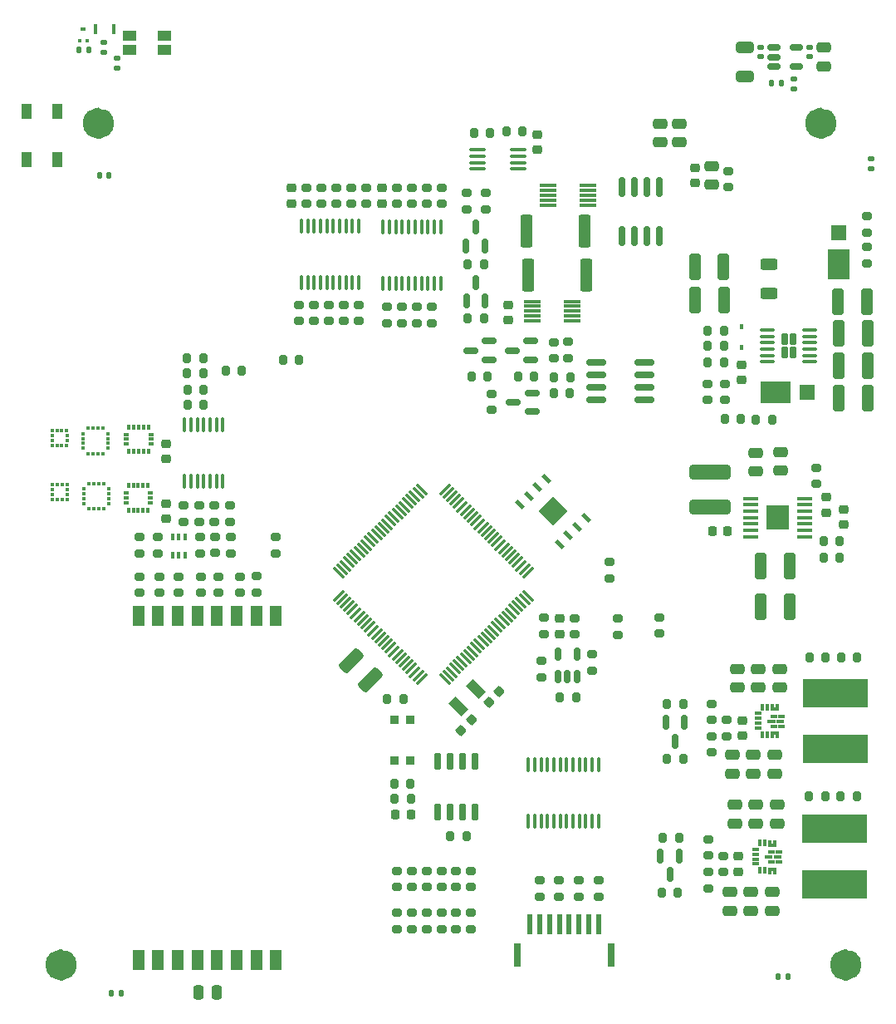
<source format=gtp>
G04 #@! TF.GenerationSoftware,KiCad,Pcbnew,(6.0.5)*
G04 #@! TF.CreationDate,2022-06-17T13:33:30-04:00*
G04 #@! TF.ProjectId,mainboard,6d61696e-626f-4617-9264-2e6b69636164,rev?*
G04 #@! TF.SameCoordinates,Original*
G04 #@! TF.FileFunction,Paste,Top*
G04 #@! TF.FilePolarity,Positive*
%FSLAX46Y46*%
G04 Gerber Fmt 4.6, Leading zero omitted, Abs format (unit mm)*
G04 Created by KiCad (PCBNEW (6.0.5)) date 2022-06-17 13:33:30*
%MOMM*%
%LPD*%
G01*
G04 APERTURE LIST*
G04 Aperture macros list*
%AMRoundRect*
0 Rectangle with rounded corners*
0 $1 Rounding radius*
0 $2 $3 $4 $5 $6 $7 $8 $9 X,Y pos of 4 corners*
0 Add a 4 corners polygon primitive as box body*
4,1,4,$2,$3,$4,$5,$6,$7,$8,$9,$2,$3,0*
0 Add four circle primitives for the rounded corners*
1,1,$1+$1,$2,$3*
1,1,$1+$1,$4,$5*
1,1,$1+$1,$6,$7*
1,1,$1+$1,$8,$9*
0 Add four rect primitives between the rounded corners*
20,1,$1+$1,$2,$3,$4,$5,0*
20,1,$1+$1,$4,$5,$6,$7,0*
20,1,$1+$1,$6,$7,$8,$9,0*
20,1,$1+$1,$8,$9,$2,$3,0*%
%AMRotRect*
0 Rectangle, with rotation*
0 The origin of the aperture is its center*
0 $1 length*
0 $2 width*
0 $3 Rotation angle, in degrees counterclockwise*
0 Add horizontal line*
21,1,$1,$2,0,0,$3*%
G04 Aperture macros list end*
%ADD10C,1.600200*%
%ADD11C,0.010000*%
%ADD12R,1.600200X0.304800*%
%ADD13R,2.310000X2.460000*%
%ADD14RoundRect,0.250000X-0.475000X0.250000X-0.475000X-0.250000X0.475000X-0.250000X0.475000X0.250000X0*%
%ADD15RoundRect,0.225000X-0.225000X-0.250000X0.225000X-0.250000X0.225000X0.250000X-0.225000X0.250000X0*%
%ADD16RoundRect,0.200000X0.275000X-0.200000X0.275000X0.200000X-0.275000X0.200000X-0.275000X-0.200000X0*%
%ADD17RoundRect,0.225000X0.250000X-0.225000X0.250000X0.225000X-0.250000X0.225000X-0.250000X-0.225000X0*%
%ADD18RoundRect,0.225000X0.225000X0.250000X-0.225000X0.250000X-0.225000X-0.250000X0.225000X-0.250000X0*%
%ADD19RoundRect,0.200000X-0.275000X0.200000X-0.275000X-0.200000X0.275000X-0.200000X0.275000X0.200000X0*%
%ADD20RoundRect,0.200000X-0.200000X-0.275000X0.200000X-0.275000X0.200000X0.275000X-0.200000X0.275000X0*%
%ADD21RoundRect,0.200000X0.200000X0.275000X-0.200000X0.275000X-0.200000X-0.275000X0.200000X-0.275000X0*%
%ADD22RotRect,1.050000X0.450000X135.000000*%
%ADD23RotRect,2.100000X2.100000X225.000000*%
%ADD24RoundRect,0.150000X-0.150000X0.725000X-0.150000X-0.725000X0.150000X-0.725000X0.150000X0.725000X0*%
%ADD25RoundRect,0.250000X0.475000X-0.250000X0.475000X0.250000X-0.475000X0.250000X-0.475000X-0.250000X0*%
%ADD26R,1.000000X1.500000*%
%ADD27RoundRect,0.250000X1.025305X0.494975X0.494975X1.025305X-1.025305X-0.494975X-0.494975X-1.025305X0*%
%ADD28RoundRect,0.225000X0.017678X-0.335876X0.335876X-0.017678X-0.017678X0.335876X-0.335876X0.017678X0*%
%ADD29RotRect,1.000000X1.800000X225.000000*%
%ADD30RoundRect,0.225000X-0.017678X0.335876X-0.335876X0.017678X0.017678X-0.335876X0.335876X-0.017678X0*%
%ADD31RoundRect,0.250000X-0.362500X-1.425000X0.362500X-1.425000X0.362500X1.425000X-0.362500X1.425000X0*%
%ADD32RoundRect,0.333000X1.767000X-0.417000X1.767000X0.417000X-1.767000X0.417000X-1.767000X-0.417000X0*%
%ADD33RoundRect,0.250000X-0.325000X-1.100000X0.325000X-1.100000X0.325000X1.100000X-0.325000X1.100000X0*%
%ADD34R,1.778000X0.330200*%
%ADD35R,1.300000X2.000000*%
%ADD36R,0.900000X0.900000*%
%ADD37R,0.400000X0.650000*%
%ADD38RoundRect,0.250000X-0.250000X-0.475000X0.250000X-0.475000X0.250000X0.475000X-0.250000X0.475000X0*%
%ADD39RoundRect,0.225000X-0.250000X0.225000X-0.250000X-0.225000X0.250000X-0.225000X0.250000X0.225000X0*%
%ADD40RoundRect,0.140000X-0.170000X0.140000X-0.170000X-0.140000X0.170000X-0.140000X0.170000X0.140000X0*%
%ADD41RoundRect,0.250000X-0.650000X0.325000X-0.650000X-0.325000X0.650000X-0.325000X0.650000X0.325000X0*%
%ADD42RoundRect,0.140000X0.140000X0.170000X-0.140000X0.170000X-0.140000X-0.170000X0.140000X-0.170000X0*%
%ADD43RoundRect,0.140000X0.170000X-0.140000X0.170000X0.140000X-0.170000X0.140000X-0.170000X-0.140000X0*%
%ADD44RoundRect,0.140000X-0.140000X-0.170000X0.140000X-0.170000X0.140000X0.170000X-0.140000X0.170000X0*%
%ADD45R,0.370000X1.000000*%
%ADD46R,0.400000X0.450000*%
%ADD47R,0.500000X0.450000*%
%ADD48RoundRect,0.135000X-0.135000X-0.185000X0.135000X-0.185000X0.135000X0.185000X-0.135000X0.185000X0*%
%ADD49RoundRect,0.135000X0.185000X-0.135000X0.185000X0.135000X-0.185000X0.135000X-0.185000X-0.135000X0*%
%ADD50R,1.400000X1.050000*%
%ADD51RoundRect,0.150000X-0.512500X-0.150000X0.512500X-0.150000X0.512500X0.150000X-0.512500X0.150000X0*%
%ADD52RoundRect,0.150000X-0.150000X0.825000X-0.150000X-0.825000X0.150000X-0.825000X0.150000X0.825000X0*%
%ADD53RoundRect,0.150000X0.825000X0.150000X-0.825000X0.150000X-0.825000X-0.150000X0.825000X-0.150000X0*%
%ADD54RoundRect,0.135000X-0.185000X0.135000X-0.185000X-0.135000X0.185000X-0.135000X0.185000X0.135000X0*%
%ADD55R,6.600000X2.850000*%
%ADD56RoundRect,0.150000X-0.150000X0.587500X-0.150000X-0.587500X0.150000X-0.587500X0.150000X0.587500X0*%
%ADD57RoundRect,0.014000X-0.161000X0.231000X-0.161000X-0.231000X0.161000X-0.231000X0.161000X0.231000X0*%
%ADD58RoundRect,0.014000X-0.231000X0.161000X-0.231000X-0.161000X0.231000X-0.161000X0.231000X0.161000X0*%
%ADD59R,0.300000X0.450000*%
%ADD60R,0.450000X0.300000*%
%ADD61R,0.350000X0.375000*%
%ADD62R,0.375000X0.350000*%
%ADD63RoundRect,0.100000X0.100000X-0.637500X0.100000X0.637500X-0.100000X0.637500X-0.100000X-0.637500X0*%
%ADD64RoundRect,0.002500X-0.297500X-0.122500X0.297500X-0.122500X0.297500X0.122500X-0.297500X0.122500X0*%
%ADD65RoundRect,0.002500X-0.122500X-0.297500X0.122500X-0.297500X0.122500X0.297500X-0.122500X0.297500X0*%
%ADD66RoundRect,0.250000X0.325000X1.100000X-0.325000X1.100000X-0.325000X-1.100000X0.325000X-1.100000X0*%
%ADD67R,0.450000X0.600000*%
%ADD68RoundRect,0.250000X-0.625000X0.312500X-0.625000X-0.312500X0.625000X-0.312500X0.625000X0.312500X0*%
%ADD69RoundRect,0.172500X0.172500X0.422500X-0.172500X0.422500X-0.172500X-0.422500X0.172500X-0.422500X0*%
%ADD70RoundRect,0.100000X0.625000X0.100000X-0.625000X0.100000X-0.625000X-0.100000X0.625000X-0.100000X0*%
%ADD71R,2.200000X3.100000*%
%ADD72R,1.520000X1.500000*%
%ADD73R,3.100000X2.200000*%
%ADD74R,1.500000X1.520000*%
%ADD75RoundRect,0.075000X0.521491X-0.415425X-0.415425X0.521491X-0.521491X0.415425X0.415425X-0.521491X0*%
%ADD76RoundRect,0.075000X0.521491X0.415425X0.415425X0.521491X-0.521491X-0.415425X-0.415425X-0.521491X0*%
%ADD77RoundRect,0.150000X0.587500X0.150000X-0.587500X0.150000X-0.587500X-0.150000X0.587500X-0.150000X0*%
%ADD78RoundRect,0.150000X0.150000X-0.587500X0.150000X0.587500X-0.150000X0.587500X-0.150000X-0.587500X0*%
%ADD79RoundRect,0.100000X-0.712500X-0.100000X0.712500X-0.100000X0.712500X0.100000X-0.712500X0.100000X0*%
%ADD80R,0.600000X2.045000*%
%ADD81R,0.610000X2.045000*%
%ADD82R,0.800000X2.389000*%
%ADD83RoundRect,0.100000X-0.100000X0.637500X-0.100000X-0.637500X0.100000X-0.637500X0.100000X0.637500X0*%
%ADD84RoundRect,0.150000X0.150000X-0.512500X0.150000X0.512500X-0.150000X0.512500X-0.150000X-0.512500X0*%
G04 APERTURE END LIST*
D10*
X53568600Y-57360900D02*
G75*
G03*
X53568600Y-57360900I-800100J0D01*
G01*
X127228600Y-57360900D02*
G75*
G03*
X127228600Y-57360900I-800100J0D01*
G01*
X129768600Y-143090900D02*
G75*
G03*
X129768600Y-143090900I-800100J0D01*
G01*
X49768608Y-143090900D02*
G75*
G03*
X49768608Y-143090900I-800100J0D01*
G01*
G36*
X123175604Y-98770100D02*
G01*
X120865604Y-98770100D01*
X120865604Y-96310100D01*
X123175604Y-96310100D01*
X123175604Y-98770100D01*
G37*
G36*
X121874400Y-118853300D02*
G01*
X121299400Y-118853300D01*
X121299400Y-118603300D01*
X121874400Y-118603300D01*
X121874400Y-118853300D01*
G37*
D11*
X121874400Y-118853300D02*
X121299400Y-118853300D01*
X121299400Y-118603300D01*
X121874400Y-118603300D01*
X121874400Y-118853300D01*
G36*
X121598900Y-116878300D02*
G01*
X121848900Y-116878300D01*
X121848900Y-116528300D01*
X122098900Y-116528300D01*
X122098900Y-117128300D01*
X121348900Y-117128300D01*
X121348900Y-116528300D01*
X121598900Y-116528300D01*
X121598900Y-116878300D01*
G37*
X121598900Y-116878300D02*
X121848900Y-116878300D01*
X121848900Y-116528300D01*
X122098900Y-116528300D01*
X122098900Y-117128300D01*
X121348900Y-117128300D01*
X121348900Y-116528300D01*
X121598900Y-116528300D01*
X121598900Y-116878300D01*
G36*
X122649400Y-118853300D02*
G01*
X122074400Y-118853300D01*
X122074400Y-118603300D01*
X122649400Y-118603300D01*
X122649400Y-118853300D01*
G37*
X122649400Y-118853300D02*
X122074400Y-118853300D01*
X122074400Y-118603300D01*
X122649400Y-118603300D01*
X122649400Y-118853300D01*
G36*
X121698900Y-118353300D02*
G01*
X120978900Y-118353300D01*
X120978900Y-118103300D01*
X121698900Y-118103300D01*
X121698900Y-118353300D01*
G37*
X121698900Y-118353300D02*
X120978900Y-118353300D01*
X120978900Y-118103300D01*
X121698900Y-118103300D01*
X121698900Y-118353300D01*
G36*
X122649400Y-117853300D02*
G01*
X122074400Y-117853300D01*
X122074400Y-117603300D01*
X122649400Y-117603300D01*
X122649400Y-117853300D01*
G37*
X122649400Y-117853300D02*
X122074400Y-117853300D01*
X122074400Y-117603300D01*
X122649400Y-117603300D01*
X122649400Y-117853300D01*
G36*
X121874400Y-117853300D02*
G01*
X121299400Y-117853300D01*
X121299400Y-117603300D01*
X121874400Y-117603300D01*
X121874400Y-117853300D01*
G37*
X121874400Y-117853300D02*
X121299400Y-117853300D01*
X121299400Y-117603300D01*
X121874400Y-117603300D01*
X121874400Y-117853300D01*
G36*
X122098900Y-119928300D02*
G01*
X121848900Y-119928300D01*
X121848900Y-119578300D01*
X121598900Y-119578300D01*
X121598900Y-119928300D01*
X121348900Y-119928300D01*
X121348900Y-119328300D01*
X122098900Y-119328300D01*
X122098900Y-119928300D01*
G37*
X122098900Y-119928300D02*
X121848900Y-119928300D01*
X121848900Y-119578300D01*
X121598900Y-119578300D01*
X121598900Y-119928300D01*
X121348900Y-119928300D01*
X121348900Y-119328300D01*
X122098900Y-119328300D01*
X122098900Y-119928300D01*
G36*
X122618900Y-118353300D02*
G01*
X121898900Y-118353300D01*
X121898900Y-118103300D01*
X122618900Y-118103300D01*
X122618900Y-118353300D01*
G37*
X122618900Y-118353300D02*
X121898900Y-118353300D01*
X121898900Y-118103300D01*
X122618900Y-118103300D01*
X122618900Y-118353300D01*
G36*
X122386400Y-132692300D02*
G01*
X121811400Y-132692300D01*
X121811400Y-132442300D01*
X122386400Y-132442300D01*
X122386400Y-132692300D01*
G37*
X122386400Y-132692300D02*
X121811400Y-132692300D01*
X121811400Y-132442300D01*
X122386400Y-132442300D01*
X122386400Y-132692300D01*
G36*
X121335900Y-130717300D02*
G01*
X121585900Y-130717300D01*
X121585900Y-130367300D01*
X121835900Y-130367300D01*
X121835900Y-130967300D01*
X121085900Y-130967300D01*
X121085900Y-130367300D01*
X121335900Y-130367300D01*
X121335900Y-130717300D01*
G37*
X121335900Y-130717300D02*
X121585900Y-130717300D01*
X121585900Y-130367300D01*
X121835900Y-130367300D01*
X121835900Y-130967300D01*
X121085900Y-130967300D01*
X121085900Y-130367300D01*
X121335900Y-130367300D01*
X121335900Y-130717300D01*
G36*
X122386400Y-131692300D02*
G01*
X121811400Y-131692300D01*
X121811400Y-131442300D01*
X122386400Y-131442300D01*
X122386400Y-131692300D01*
G37*
X122386400Y-131692300D02*
X121811400Y-131692300D01*
X121811400Y-131442300D01*
X122386400Y-131442300D01*
X122386400Y-131692300D01*
G36*
X121435900Y-132192300D02*
G01*
X120715900Y-132192300D01*
X120715900Y-131942300D01*
X121435900Y-131942300D01*
X121435900Y-132192300D01*
G37*
X121435900Y-132192300D02*
X120715900Y-132192300D01*
X120715900Y-131942300D01*
X121435900Y-131942300D01*
X121435900Y-132192300D01*
G36*
X121835900Y-133767300D02*
G01*
X121585900Y-133767300D01*
X121585900Y-133417300D01*
X121335900Y-133417300D01*
X121335900Y-133767300D01*
X121085900Y-133767300D01*
X121085900Y-133167300D01*
X121835900Y-133167300D01*
X121835900Y-133767300D01*
G37*
X121835900Y-133767300D02*
X121585900Y-133767300D01*
X121585900Y-133417300D01*
X121335900Y-133417300D01*
X121335900Y-133767300D01*
X121085900Y-133767300D01*
X121085900Y-133167300D01*
X121835900Y-133167300D01*
X121835900Y-133767300D01*
G36*
X121611400Y-132692300D02*
G01*
X121036400Y-132692300D01*
X121036400Y-132442300D01*
X121611400Y-132442300D01*
X121611400Y-132692300D01*
G37*
X121611400Y-132692300D02*
X121036400Y-132692300D01*
X121036400Y-132442300D01*
X121611400Y-132442300D01*
X121611400Y-132692300D01*
G36*
X121611400Y-131692300D02*
G01*
X121036400Y-131692300D01*
X121036400Y-131442300D01*
X121611400Y-131442300D01*
X121611400Y-131692300D01*
G37*
X121611400Y-131692300D02*
X121036400Y-131692300D01*
X121036400Y-131442300D01*
X121611400Y-131442300D01*
X121611400Y-131692300D01*
G36*
X122355900Y-132192300D02*
G01*
X121635900Y-132192300D01*
X121635900Y-131942300D01*
X122355900Y-131942300D01*
X122355900Y-132192300D01*
G37*
X122355900Y-132192300D02*
X121635900Y-132192300D01*
X121635900Y-131942300D01*
X122355900Y-131942300D01*
X122355900Y-132192300D01*
D12*
X124789204Y-99490134D03*
X124789204Y-98840121D03*
X124789204Y-98190112D03*
X124789204Y-97540100D03*
X124789204Y-96890088D03*
X124789204Y-96240079D03*
X124789204Y-95590066D03*
X119252004Y-95590066D03*
X119252004Y-96240079D03*
X119252004Y-96890088D03*
X119252004Y-97540100D03*
X119252004Y-98190112D03*
X119252004Y-98840121D03*
X119252004Y-99490134D03*
D13*
X122020604Y-97540100D03*
D14*
X119757300Y-90952000D03*
X119757300Y-92852000D03*
X122297300Y-90859600D03*
X122297300Y-92759600D03*
D15*
X115388200Y-98902500D03*
X116938200Y-98902500D03*
D16*
X126009400Y-94093800D03*
X126009400Y-92443800D03*
D17*
X127021700Y-97010500D03*
X127021700Y-95460500D03*
D18*
X84608708Y-127755786D03*
X83058708Y-127755786D03*
D19*
X98196400Y-107756051D03*
X98196400Y-109406051D03*
D20*
X88645800Y-130008024D03*
X90295800Y-130008024D03*
D21*
X84613807Y-126184242D03*
X82963807Y-126184242D03*
D22*
X99791357Y-100262696D03*
X100689383Y-99364670D03*
X101587408Y-98466645D03*
X102485434Y-97568619D03*
X98454925Y-93538110D03*
X97556899Y-94436136D03*
X96658874Y-95334161D03*
X95760848Y-96232187D03*
D23*
X99123141Y-96900403D03*
D16*
X109990300Y-109358262D03*
X109990300Y-107708262D03*
D24*
X91145649Y-122391064D03*
X89875649Y-122391064D03*
X88605649Y-122391064D03*
X87335649Y-122391064D03*
X87335649Y-127541064D03*
X88605649Y-127541064D03*
X89875649Y-127541064D03*
X91145649Y-127541064D03*
D21*
X83862400Y-116001300D03*
X82212400Y-116001300D03*
D19*
X116994400Y-62230300D03*
X116994400Y-63880300D03*
D25*
X115279900Y-63637300D03*
X115279900Y-61737300D03*
D14*
X110009400Y-57419300D03*
X110009400Y-59319300D03*
D21*
X128354700Y-99918500D03*
X126704700Y-99918500D03*
D26*
X48615400Y-56147800D03*
X45415400Y-56147800D03*
X45415400Y-61047800D03*
X48615400Y-61047800D03*
D17*
X99835410Y-109388247D03*
X99835410Y-107838247D03*
D16*
X66249397Y-101173296D03*
X66249397Y-99523296D03*
D20*
X82918906Y-124612697D03*
X84568906Y-124612697D03*
D27*
X80534849Y-114070249D03*
X78554951Y-112090351D03*
D17*
X128799700Y-98217000D03*
X128799700Y-96667000D03*
D14*
X111977900Y-57419300D03*
X111977900Y-59319300D03*
D21*
X67386400Y-82545800D03*
X65736400Y-82545800D03*
X73238400Y-81471000D03*
X71588400Y-81471000D03*
D19*
X104902000Y-102045000D03*
X104902000Y-103695000D03*
D16*
X105735500Y-109461862D03*
X105735500Y-107811862D03*
D28*
X92570160Y-116355304D03*
X93666176Y-115259288D03*
D29*
X89450406Y-116780982D03*
X91218172Y-115013216D03*
D30*
X90792494Y-118132970D03*
X89696478Y-119228986D03*
D19*
X101332410Y-107776051D03*
X101332410Y-109426051D03*
D20*
X126704700Y-101633000D03*
X128354700Y-101633000D03*
D31*
X96562900Y-72821800D03*
X102487900Y-72821800D03*
D32*
X115137900Y-96491000D03*
X115137900Y-92891000D03*
D33*
X120291604Y-102493100D03*
X123241604Y-102493100D03*
X120276200Y-106649500D03*
X123226200Y-106649500D03*
D34*
X96972700Y-75504799D03*
X96972700Y-76004801D03*
X96972700Y-76504800D03*
X96972700Y-77004799D03*
X96972700Y-77504801D03*
X101062100Y-77504801D03*
X101062100Y-77004799D03*
X101062100Y-76504800D03*
X101062100Y-76004801D03*
X101062100Y-75504799D03*
D35*
X56860400Y-142562793D03*
X58860400Y-142562793D03*
X60860400Y-142562793D03*
X62860400Y-142562793D03*
X64860400Y-142562793D03*
X66860400Y-142562793D03*
X68860400Y-142562793D03*
X70860400Y-142562793D03*
X70860400Y-107562793D03*
X68860400Y-107562793D03*
X66860400Y-107562793D03*
X64860400Y-107562793D03*
X62860400Y-107562793D03*
X60860400Y-107562793D03*
X58860400Y-107562793D03*
X56860400Y-107562793D03*
D36*
X82935900Y-118142300D03*
X82935900Y-122242300D03*
X84535900Y-118142300D03*
X84535900Y-122242300D03*
D19*
X64627400Y-99499800D03*
X64627400Y-101149800D03*
D16*
X58971500Y-105186800D03*
X58971500Y-103536800D03*
X56971500Y-105186800D03*
X56971500Y-103536800D03*
D19*
X63271500Y-103536800D03*
X63271500Y-105186800D03*
D16*
X64971500Y-105186800D03*
X64971500Y-103536800D03*
X56971500Y-101175200D03*
X56971500Y-99525200D03*
X63103400Y-101175200D03*
X63103400Y-99525200D03*
D37*
X60321500Y-101401800D03*
X60971500Y-101401800D03*
X61621500Y-101401800D03*
X61621500Y-99501800D03*
X60971500Y-99501800D03*
X60321500Y-99501800D03*
D19*
X58785400Y-99525200D03*
X58785400Y-101175200D03*
X60971500Y-103536800D03*
X60971500Y-105186800D03*
X67171500Y-103536800D03*
X67171500Y-105186800D03*
D16*
X68884800Y-105168200D03*
X68884800Y-103518200D03*
D38*
X62958700Y-145908400D03*
X64858700Y-145908400D03*
D39*
X113565400Y-61912300D03*
X113565400Y-63462300D03*
X94576400Y-75856800D03*
X94576400Y-77406800D03*
D14*
X126771400Y-49644300D03*
X126771400Y-51544300D03*
D40*
X125295500Y-49646900D03*
X125295500Y-50606900D03*
X120317100Y-49646900D03*
X120317100Y-50606900D03*
D41*
X118691500Y-49667900D03*
X118691500Y-52617900D03*
D42*
X53845400Y-62661800D03*
X52885400Y-62661800D03*
D43*
X131597400Y-61970800D03*
X131597400Y-61010800D03*
D44*
X122100400Y-144322800D03*
X123060400Y-144322800D03*
D42*
X55087400Y-145973800D03*
X54127400Y-145973800D03*
D45*
X52512278Y-47795180D03*
X54372278Y-47795180D03*
D46*
X50829100Y-48949300D03*
X51629100Y-48949300D03*
D47*
X51229100Y-47799300D03*
D48*
X121381900Y-53301900D03*
X122401900Y-53301900D03*
D49*
X53311900Y-50179700D03*
X53311900Y-49159700D03*
D48*
X50820700Y-49898300D03*
X51840700Y-49898300D03*
D49*
X54683500Y-51716400D03*
X54683500Y-50696400D03*
D50*
X59542270Y-49870067D03*
X59542270Y-48420067D03*
X55942270Y-48420067D03*
X55942270Y-49870067D03*
D51*
X121668800Y-49659500D03*
X121668800Y-50609500D03*
X121668800Y-51559500D03*
X123943800Y-51559500D03*
X123943800Y-49659500D03*
D52*
X109939400Y-63869800D03*
X108669400Y-63869800D03*
X107399400Y-63869800D03*
X106129400Y-63869800D03*
X106129400Y-68819800D03*
X107399400Y-68819800D03*
X108669400Y-68819800D03*
X109939400Y-68819800D03*
D53*
X108477400Y-85521800D03*
X108477400Y-84251800D03*
X108477400Y-82981800D03*
X108477400Y-81711800D03*
X103527400Y-81711800D03*
X103527400Y-82981800D03*
X103527400Y-84251800D03*
X103527400Y-85521800D03*
D54*
X123723400Y-52880800D03*
X123723400Y-53900800D03*
D16*
X92886400Y-86548800D03*
X92886400Y-84898800D03*
D21*
X100830400Y-84849800D03*
X99180400Y-84849800D03*
D25*
X122214900Y-114860300D03*
X122214900Y-112960300D03*
X120055900Y-114860300D03*
X120055900Y-112960300D03*
X117896900Y-114860300D03*
X117896900Y-112960300D03*
D14*
X121706900Y-121723300D03*
X121706900Y-123623300D03*
X119547900Y-121723300D03*
X119547900Y-123623300D03*
X117388900Y-121723300D03*
X117388900Y-123623300D03*
D17*
X118404900Y-119765300D03*
X118404900Y-118215300D03*
D39*
X59636800Y-96100200D03*
X59636800Y-97650200D03*
X59637676Y-90036000D03*
X59637676Y-91586000D03*
D55*
X127929900Y-115403300D03*
X127929900Y-121053300D03*
D56*
X112522300Y-118421100D03*
X110622300Y-118421100D03*
X111572300Y-120296100D03*
D16*
X115306100Y-121466300D03*
X115306100Y-119816300D03*
D19*
X115306100Y-116514300D03*
X115306100Y-118164300D03*
D21*
X112397300Y-116509800D03*
X110747300Y-116509800D03*
D16*
X116830100Y-119815300D03*
X116830100Y-118165300D03*
D21*
X112397300Y-122097800D03*
X110747300Y-122097800D03*
D16*
X63082400Y-97967800D03*
X63082400Y-96317800D03*
X66192400Y-97967800D03*
X66192400Y-96317800D03*
X64606400Y-97967800D03*
X64606400Y-96317800D03*
D20*
X61811400Y-81330800D03*
X63461400Y-81330800D03*
X61860400Y-84490800D03*
X63510400Y-84490800D03*
X61811400Y-82854800D03*
X63461400Y-82854800D03*
X61860400Y-86014800D03*
X63510400Y-86014800D03*
D16*
X61493400Y-97967800D03*
X61493400Y-96317800D03*
D57*
X57834800Y-94232200D03*
X57334800Y-94232200D03*
X56834800Y-94232200D03*
X56334800Y-94232200D03*
X55834800Y-94232200D03*
D58*
X55574800Y-94992200D03*
X55574800Y-95492200D03*
X55574800Y-95992200D03*
D57*
X55834800Y-96752200D03*
X56334800Y-96752200D03*
X56834800Y-96752200D03*
X57334800Y-96752200D03*
X57834800Y-96752200D03*
D58*
X58094800Y-95992200D03*
X58094800Y-95492200D03*
X58094800Y-94992200D03*
D59*
X53339800Y-94066200D03*
X52839800Y-94066200D03*
X52339800Y-94066200D03*
X51839800Y-94066200D03*
D60*
X51314800Y-94591200D03*
X51314800Y-95091200D03*
X51314800Y-95591200D03*
X51314800Y-96091200D03*
D59*
X51839800Y-96616200D03*
X52339800Y-96616200D03*
X52839800Y-96616200D03*
X53339800Y-96616200D03*
D60*
X53864800Y-96091200D03*
X53864800Y-95591200D03*
X53864800Y-95091200D03*
X53864800Y-94591200D03*
D61*
X48106000Y-95697300D03*
X48606000Y-95697300D03*
X49106000Y-95697300D03*
X49606000Y-95697300D03*
D62*
X49618500Y-95184800D03*
X49618500Y-94684800D03*
D61*
X49606000Y-94172300D03*
X49106000Y-94172300D03*
X48606000Y-94172300D03*
X48106000Y-94172300D03*
D62*
X48093500Y-94684800D03*
X48093500Y-95184800D03*
D57*
X57859602Y-88286989D03*
X57359602Y-88286989D03*
X56859602Y-88286989D03*
X56359602Y-88286989D03*
X55859602Y-88286989D03*
D58*
X55599602Y-89046989D03*
X55599602Y-89546989D03*
X55599602Y-90046989D03*
D57*
X55859602Y-90806989D03*
X56359602Y-90806989D03*
X56859602Y-90806989D03*
X57359602Y-90806989D03*
X57859602Y-90806989D03*
D58*
X58119602Y-90046989D03*
X58119602Y-89546989D03*
X58119602Y-89046989D03*
D59*
X53239811Y-88452202D03*
X52739811Y-88452202D03*
X52239811Y-88452202D03*
X51739811Y-88452202D03*
D60*
X51214811Y-88977202D03*
X51214811Y-89477202D03*
X51214811Y-89977202D03*
X51214811Y-90477202D03*
D59*
X51739811Y-91002202D03*
X52239811Y-91002202D03*
X52739811Y-91002202D03*
X53239811Y-91002202D03*
D60*
X53764811Y-90477202D03*
X53764811Y-89977202D03*
X53764811Y-89477202D03*
X53764811Y-88977202D03*
D61*
X48044797Y-90210810D03*
X48544797Y-90210810D03*
X49044797Y-90210810D03*
X49544797Y-90210810D03*
D62*
X49557297Y-89698310D03*
X49557297Y-89198310D03*
D61*
X49544797Y-88685810D03*
X49044797Y-88685810D03*
X48544797Y-88685810D03*
X48044797Y-88685810D03*
D62*
X48032297Y-89198310D03*
X48032297Y-89698310D03*
D63*
X61560400Y-93830300D03*
X62210400Y-93830300D03*
X62860400Y-93830300D03*
X63510400Y-93830300D03*
X64160400Y-93830300D03*
X64810400Y-93830300D03*
X65460400Y-93830300D03*
X65460400Y-88105300D03*
X64810400Y-88105300D03*
X64160400Y-88105300D03*
X63510400Y-88105300D03*
X62860400Y-88105300D03*
X62210400Y-88105300D03*
X61560400Y-88105300D03*
D64*
X120048900Y-117478300D03*
X120048900Y-117978300D03*
X120048900Y-118478300D03*
X120048900Y-118978300D03*
D65*
X120473900Y-119628300D03*
X120973900Y-119628300D03*
X120973900Y-116828300D03*
X120473900Y-116828300D03*
D25*
X121951900Y-128699300D03*
X121951900Y-126799300D03*
X119792900Y-128699300D03*
X119792900Y-126799300D03*
X117633900Y-128699300D03*
X117633900Y-126799300D03*
D14*
X117125900Y-135689300D03*
X117125900Y-137589300D03*
X119284900Y-135689300D03*
X119284900Y-137589300D03*
X121443900Y-135689300D03*
X121443900Y-137589300D03*
D17*
X118014900Y-133604300D03*
X118014900Y-132054300D03*
D55*
X127793900Y-129242300D03*
X127793900Y-134892300D03*
D56*
X111979900Y-132018800D03*
X110079900Y-132018800D03*
X111029900Y-133893800D03*
D16*
X114966900Y-135305300D03*
X114966900Y-133655300D03*
D19*
X114966900Y-130290300D03*
X114966900Y-131940300D03*
D21*
X111979900Y-130126300D03*
X110329900Y-130126300D03*
D16*
X116490900Y-133654300D03*
X116490900Y-132004300D03*
D21*
X111854900Y-135750300D03*
X110204900Y-135750300D03*
D33*
X128280900Y-78790800D03*
X131230900Y-78790800D03*
X128280900Y-82092800D03*
X131230900Y-82092800D03*
D17*
X118389400Y-83502800D03*
X118389400Y-81952800D03*
D66*
X116520400Y-71997300D03*
X113570400Y-71997300D03*
D33*
X128280900Y-85380800D03*
X131230900Y-85380800D03*
X128180900Y-75582800D03*
X131130900Y-75582800D03*
D66*
X116562400Y-75361800D03*
X113612400Y-75361800D03*
D67*
X118389400Y-80221800D03*
X118389400Y-78121800D03*
D64*
X119785900Y-131317300D03*
X119785900Y-131817300D03*
X119785900Y-132317300D03*
X119785900Y-132817300D03*
D65*
X120210900Y-133467300D03*
X120710900Y-133467300D03*
X120710900Y-130667300D03*
X120210900Y-130667300D03*
D68*
X121183400Y-71740300D03*
X121183400Y-74665300D03*
D16*
X131165600Y-71640200D03*
X131165600Y-69990200D03*
D21*
X116547400Y-80060800D03*
X114897400Y-80060800D03*
D16*
X131165600Y-68490600D03*
X131165600Y-66840600D03*
X116632400Y-85567800D03*
X116632400Y-83917800D03*
D20*
X114897400Y-81711800D03*
X116547400Y-81711800D03*
D69*
X123561900Y-79321793D03*
X123561900Y-80741793D03*
X122741900Y-80741793D03*
X122741900Y-79321793D03*
D70*
X125301900Y-81656793D03*
X125301900Y-81006793D03*
X125301900Y-80356793D03*
X125301900Y-79706793D03*
X125301900Y-79056793D03*
X125301900Y-78406793D03*
X121001900Y-78406793D03*
X121001900Y-79056793D03*
X121001900Y-79706793D03*
X121001900Y-80356793D03*
X121001900Y-81006793D03*
X121001900Y-81656793D03*
D71*
X128231900Y-71731800D03*
D72*
X128231900Y-68511800D03*
D73*
X121818400Y-84759800D03*
D74*
X125038400Y-84759800D03*
D75*
X88086465Y-113978146D03*
X88440018Y-113624593D03*
X88793572Y-113271040D03*
X89147125Y-112917486D03*
X89500679Y-112563933D03*
X89854232Y-112210379D03*
X90207785Y-111856826D03*
X90561339Y-111503273D03*
X90914892Y-111149719D03*
X91268446Y-110796166D03*
X91621999Y-110442612D03*
X91975552Y-110089059D03*
X92329106Y-109735506D03*
X92682659Y-109381952D03*
X93036212Y-109028399D03*
X93389766Y-108674846D03*
X93743319Y-108321292D03*
X94096873Y-107967739D03*
X94450426Y-107614185D03*
X94803979Y-107260632D03*
X95157533Y-106907079D03*
X95511086Y-106553525D03*
X95864640Y-106199972D03*
X96218193Y-105846418D03*
X96571746Y-105492865D03*
D76*
X96571746Y-103141735D03*
X96218193Y-102788182D03*
X95864640Y-102434628D03*
X95511086Y-102081075D03*
X95157533Y-101727521D03*
X94803979Y-101373968D03*
X94450426Y-101020415D03*
X94096873Y-100666861D03*
X93743319Y-100313308D03*
X93389766Y-99959754D03*
X93036212Y-99606201D03*
X92682659Y-99252648D03*
X92329106Y-98899094D03*
X91975552Y-98545541D03*
X91621999Y-98191988D03*
X91268446Y-97838434D03*
X90914892Y-97484881D03*
X90561339Y-97131327D03*
X90207785Y-96777774D03*
X89854232Y-96424221D03*
X89500679Y-96070667D03*
X89147125Y-95717114D03*
X88793572Y-95363560D03*
X88440018Y-95010007D03*
X88086465Y-94656454D03*
D75*
X85735335Y-94656454D03*
X85381782Y-95010007D03*
X85028228Y-95363560D03*
X84674675Y-95717114D03*
X84321121Y-96070667D03*
X83967568Y-96424221D03*
X83614015Y-96777774D03*
X83260461Y-97131327D03*
X82906908Y-97484881D03*
X82553354Y-97838434D03*
X82199801Y-98191988D03*
X81846248Y-98545541D03*
X81492694Y-98899094D03*
X81139141Y-99252648D03*
X80785588Y-99606201D03*
X80432034Y-99959754D03*
X80078481Y-100313308D03*
X79724927Y-100666861D03*
X79371374Y-101020415D03*
X79017821Y-101373968D03*
X78664267Y-101727521D03*
X78310714Y-102081075D03*
X77957160Y-102434628D03*
X77603607Y-102788182D03*
X77250054Y-103141735D03*
D76*
X77250054Y-105492865D03*
X77603607Y-105846418D03*
X77957160Y-106199972D03*
X78310714Y-106553525D03*
X78664267Y-106907079D03*
X79017821Y-107260632D03*
X79371374Y-107614185D03*
X79724927Y-107967739D03*
X80078481Y-108321292D03*
X80432034Y-108674846D03*
X80785588Y-109028399D03*
X81139141Y-109381952D03*
X81492694Y-109735506D03*
X81846248Y-110089059D03*
X82199801Y-110442612D03*
X82553354Y-110796166D03*
X82906908Y-111149719D03*
X83260461Y-111503273D03*
X83614015Y-111856826D03*
X83967568Y-112210379D03*
X84321121Y-112563933D03*
X84674675Y-112917486D03*
X85028228Y-113271040D03*
X85381782Y-113624593D03*
X85735335Y-113978146D03*
D16*
X90342400Y-66121800D03*
X90342400Y-64471800D03*
X78552400Y-65577300D03*
X78552400Y-63927300D03*
X77028400Y-65577300D03*
X77028400Y-63927300D03*
X76266400Y-77515300D03*
X76266400Y-75865300D03*
D77*
X96829900Y-81446800D03*
X96829900Y-79546800D03*
X94954900Y-80496800D03*
D16*
X90748400Y-139425800D03*
X90748400Y-137775800D03*
X83718400Y-77710800D03*
X83718400Y-76060800D03*
D19*
X103742400Y-134471800D03*
X103742400Y-136121800D03*
D16*
X73980400Y-65577300D03*
X73980400Y-63927300D03*
D21*
X92467400Y-83146800D03*
X90817400Y-83146800D03*
D78*
X90276400Y-69830300D03*
X92176400Y-69830300D03*
X91226400Y-67955300D03*
D16*
X87748400Y-139425800D03*
X87748400Y-137775800D03*
D20*
X116637400Y-87482800D03*
X118287400Y-87482800D03*
D78*
X90292400Y-75434300D03*
X92192400Y-75434300D03*
X91242400Y-73559300D03*
D16*
X86258400Y-65582800D03*
X86258400Y-63932800D03*
X75504400Y-65577300D03*
X75504400Y-63927300D03*
D19*
X84748400Y-133525800D03*
X84748400Y-135175800D03*
D16*
X79314400Y-77515300D03*
X79314400Y-75865300D03*
D63*
X81809400Y-73652300D03*
X82459400Y-73652300D03*
X83109400Y-73652300D03*
X83759400Y-73652300D03*
X84409400Y-73652300D03*
X85059400Y-73652300D03*
X85709400Y-73652300D03*
X86359400Y-73652300D03*
X87009400Y-73652300D03*
X87659400Y-73652300D03*
X87659400Y-67927300D03*
X87009400Y-67927300D03*
X86359400Y-67927300D03*
X85709400Y-67927300D03*
X85059400Y-67927300D03*
X84409400Y-67927300D03*
X83759400Y-67927300D03*
X83109400Y-67927300D03*
X82459400Y-67927300D03*
X81809400Y-67927300D03*
D21*
X96037400Y-58216800D03*
X94387400Y-58216800D03*
D19*
X89248400Y-137775800D03*
X89248400Y-139425800D03*
D21*
X126897400Y-125960800D03*
X125247400Y-125960800D03*
D19*
X100692400Y-79621800D03*
X100692400Y-81271800D03*
D20*
X119797400Y-87532800D03*
X121447400Y-87532800D03*
D16*
X114896400Y-85541800D03*
X114896400Y-83891800D03*
X74742400Y-77515300D03*
X74742400Y-75865300D03*
D21*
X130097400Y-125950800D03*
X128447400Y-125950800D03*
D20*
X99217400Y-83256800D03*
X100867400Y-83256800D03*
D16*
X80076400Y-65577300D03*
X80076400Y-63927300D03*
X83248400Y-139425800D03*
X83248400Y-137775800D03*
D19*
X97742400Y-134471800D03*
X97742400Y-136121800D03*
X101742400Y-134471800D03*
X101742400Y-136121800D03*
X84748400Y-137775800D03*
X84748400Y-139425800D03*
D31*
X96435900Y-68376800D03*
X102360900Y-68376800D03*
D16*
X82194400Y-77710800D03*
X82194400Y-76060800D03*
D21*
X116547400Y-78536800D03*
X114897400Y-78536800D03*
D19*
X99192400Y-79671800D03*
X99192400Y-81321800D03*
D77*
X92579900Y-81446800D03*
X92579900Y-79546800D03*
X90704900Y-80496800D03*
D17*
X81686400Y-65532800D03*
X81686400Y-63982800D03*
D20*
X90417400Y-71696800D03*
X92067400Y-71696800D03*
D16*
X92242400Y-66121800D03*
X92242400Y-64471800D03*
D20*
X99814400Y-115882800D03*
X101464400Y-115882800D03*
D19*
X70826400Y-99538800D03*
X70826400Y-101188800D03*
D16*
X83248400Y-135175800D03*
X83248400Y-133525800D03*
D21*
X130117400Y-111800800D03*
X128467400Y-111800800D03*
D16*
X90748400Y-135175800D03*
X90748400Y-133525800D03*
X77790400Y-77515300D03*
X77790400Y-75865300D03*
D63*
X73468400Y-73583800D03*
X74118400Y-73583800D03*
X74768400Y-73583800D03*
X75418400Y-73583800D03*
X76068400Y-73583800D03*
X76718400Y-73583800D03*
X77368400Y-73583800D03*
X78018400Y-73583800D03*
X78668400Y-73583800D03*
X79318400Y-73583800D03*
X79318400Y-67858800D03*
X78668400Y-67858800D03*
X78018400Y-67858800D03*
X77368400Y-67858800D03*
X76718400Y-67858800D03*
X76068400Y-67858800D03*
X75418400Y-67858800D03*
X74768400Y-67858800D03*
X74118400Y-67858800D03*
X73468400Y-67858800D03*
D16*
X73218400Y-77515300D03*
X73218400Y-75865300D03*
X86248400Y-135175800D03*
X86248400Y-133525800D03*
D20*
X91085400Y-58343800D03*
X92735400Y-58343800D03*
D16*
X85242400Y-77710800D03*
X85242400Y-76060800D03*
D77*
X96972900Y-86747800D03*
X96972900Y-84847800D03*
X95097900Y-85797800D03*
D19*
X103086400Y-111468800D03*
X103086400Y-113118800D03*
D16*
X87748400Y-135175800D03*
X87748400Y-133525800D03*
D21*
X126917400Y-111782800D03*
X125267400Y-111782800D03*
D16*
X86766400Y-77710800D03*
X86766400Y-76060800D03*
X83210400Y-65582800D03*
X83210400Y-63932800D03*
D21*
X97217400Y-83146800D03*
X95567400Y-83146800D03*
D19*
X99742400Y-134471800D03*
X99742400Y-136121800D03*
D16*
X86248400Y-139425800D03*
X86248400Y-137775800D03*
X87782400Y-65582800D03*
X87782400Y-63932800D03*
D19*
X89248400Y-133525800D03*
X89248400Y-135175800D03*
D79*
X91384900Y-60068769D03*
X91384900Y-60718769D03*
X91384900Y-61368769D03*
X91384900Y-62018769D03*
X95609900Y-62018769D03*
X95609900Y-61368769D03*
X95609900Y-60718769D03*
X95609900Y-60068769D03*
D80*
X103765400Y-138931800D03*
X102765400Y-138931800D03*
X101765400Y-138931800D03*
X100765400Y-138931800D03*
X99765400Y-138931800D03*
X98765400Y-138931800D03*
X97765400Y-138931800D03*
D81*
X96760400Y-138931800D03*
D82*
X105065400Y-142048800D03*
X95465400Y-142048800D03*
D16*
X84734400Y-65582800D03*
X84734400Y-63932800D03*
D83*
X103751400Y-122721300D03*
X103101400Y-122721300D03*
X102451400Y-122721300D03*
X101801400Y-122721300D03*
X101151400Y-122721300D03*
X100501400Y-122721300D03*
X99851400Y-122721300D03*
X99201400Y-122721300D03*
X98551400Y-122721300D03*
X97901400Y-122721300D03*
X97251400Y-122721300D03*
X96601400Y-122721300D03*
X96601400Y-128446300D03*
X97251400Y-128446300D03*
X97901400Y-128446300D03*
X98551400Y-128446300D03*
X99201400Y-128446300D03*
X99851400Y-128446300D03*
X100501400Y-128446300D03*
X101151400Y-128446300D03*
X101801400Y-128446300D03*
X102451400Y-128446300D03*
X103101400Y-128446300D03*
X103751400Y-128446300D03*
D17*
X97561400Y-60040769D03*
X97561400Y-58490769D03*
D21*
X92067400Y-77234800D03*
X90417400Y-77234800D03*
D84*
X99658400Y-113747300D03*
X100608400Y-113747300D03*
X101558400Y-113747300D03*
X101558400Y-111472300D03*
X99658400Y-111472300D03*
D34*
X102713100Y-65693801D03*
X102713100Y-65193799D03*
X102713100Y-64693800D03*
X102713100Y-64193801D03*
X102713100Y-63693799D03*
X98623700Y-63693799D03*
X98623700Y-64193801D03*
X98623700Y-64693800D03*
X98623700Y-65193799D03*
X98623700Y-65693801D03*
D17*
X72456400Y-65527300D03*
X72456400Y-63977300D03*
D16*
X97948400Y-113784800D03*
X97948400Y-112134800D03*
M02*

</source>
